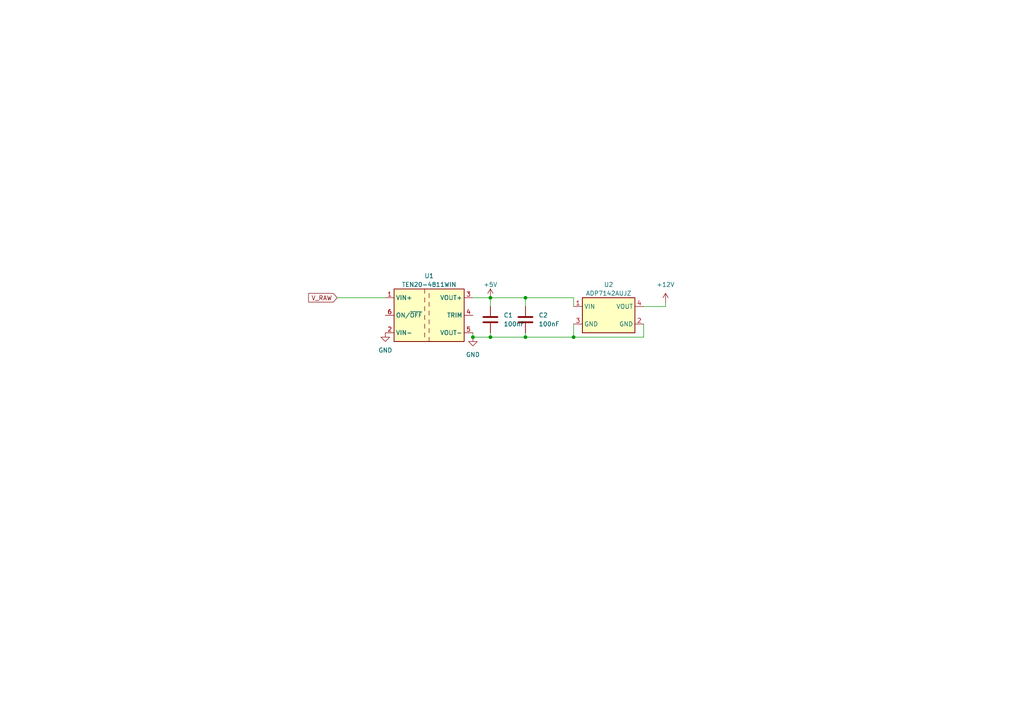
<source format=kicad_sch>
(kicad_sch (version 20230121) (generator eeschema)
  (paper "A4")
  (lib_symbols
    (symbol "Converter_DCDC:TEN20-4811WIN"
      (property "Reference" "U" (at -10.16 8.89 0))
      (property "Value" "TEN20-4811WIN" (at -3.81 8.89 0))
      (symbol "TEN20-4811WIN_0_1"
        (rectangle (start -10.16 7.62) (end 10.16 -7.62) (stroke (width 0.254)) (fill (type background)))
        (polyline (pts (xy -1.27 -5.08) (xy -1.27 -6.35)))
        (polyline (pts (xy -1.27 -2.54) (xy -1.27 -3.81)))
        (polyline (pts (xy -1.27 0) (xy -1.27 -1.27)))
        (polyline (pts (xy -1.27 2.54) (xy -1.27 1.27)))
        (polyline (pts (xy -1.27 5.08) (xy -1.27 3.81)))
        (polyline (pts (xy -1.27 7.62) (xy -1.27 6.35)))
        (polyline (pts (xy 0 -7.62) (xy 0 -6.35)))
        (polyline (pts (xy 0 -5.08) (xy 0 -3.81)))
        (polyline (pts (xy 0 -1.27) (xy 0 -2.54)))
        (polyline (pts (xy 0 0) (xy 0 1.27)))
        (polyline (pts (xy 0 2.54) (xy 0 3.81)))
        (polyline (pts (xy 0 5.08) (xy 0 6.35)))
      )
      (symbol "TEN20-4811WIN_1_1"
        (pin power_in line (at -12.7 5.08 0) (length 2.54) (name "VIN+") (number "1"))
        (pin power_in line (at -12.7 -5.08 0) (length 2.54) (name "VIN-") (number "2"))
        (pin power_out line (at 12.7 5.08 180) (length 2.54) (name "VOUT+") (number "3"))
        (pin passive line (at 12.7 0 180) (length 2.54) (name "TRIM") (number "4"))
        (pin power_out line (at 12.7 -5.08 180) (length 2.54) (name "VOUT-") (number "5"))
        (pin input line (at -12.7 0 0) (length 2.54) (name "ON/~{OFF}") (number "6"))
      )
    )
    (symbol "Device:C" (pin_numbers hide) (pin_names (offset 0.254))
      (property "Reference" "C" (at 0.635 2.54 0))
      (property "Value" "C" (at 0.635 -2.54 0))
      (symbol "C_0_1"
        (polyline (pts (xy -2.032 -0.762) (xy 2.032 -0.762)) (stroke (width 0.508)))
        (polyline (pts (xy -2.032 0.762) (xy 2.032 0.762)) (stroke (width 0.508)))
      )
      (symbol "C_1_1"
        (pin passive line (at 0 3.81 270) (length 2.794) (name "~") (number "1"))
        (pin passive line (at 0 -3.81 90) (length 2.794) (name "~") (number "2"))
      )
    )
    (symbol "Regulator_Linear:ADP7142AUJZ"
      (property "Reference" "U7" (at 0 8.89 0))
      (property "Value" "ADP7142AUJZ" (at 0 6.35 0))
      (symbol "ADP7142AUJZ_0_1"
        (rectangle (start -7.62 5.08) (end 7.62 -5.08) (stroke (width 0.254)) (fill (type background)))
      )
      (symbol "ADP7142AUJZ_1_1"
        (pin power_in line (at -10.16 2.54 0) (length 2.54) (name "VIN") (number "1"))
        (pin power_out line (at 10.16 -2.54 180) (length 2.54) (name "GND") (number "2"))
        (pin power_in line (at -10.16 -2.54 0) (length 2.54) (name "GND") (number "3"))
        (pin no_connect line (at 10.16 0 180) (length 2.54) hide (name "SENSE/ADJ") (number "4"))
        (pin power_out line (at 10.16 2.54 180) (length 2.54) (name "VOUT") (number "4"))
      )
    )
    (symbol "power:+12V" (power) (pin_names (offset 0))
      (property "Value" "+12V" (at 0 3.556 0))
      (symbol "+12V_0_1"
        (polyline (pts (xy -0.762 1.27) (xy 0 2.54)))
        (polyline (pts (xy 0 0) (xy 0 2.54)))
        (polyline (pts (xy 0 2.54) (xy 0.762 1.27)))
      )
      (symbol "+12V_1_1"
        (pin power_in line (at 0 0 90) (length 0) hide (name "+12V") (number "1"))
      )
    )
    (symbol "power:+5V" (power) (pin_names (offset 0))
      (property "Value" "+5V" (at 0 3.556 0))
      (symbol "+5V_0_1"
        (polyline (pts (xy -0.762 1.27) (xy 0 2.54)))
        (polyline (pts (xy 0 0) (xy 0 2.54)))
        (polyline (pts (xy 0 2.54) (xy 0.762 1.27)))
      )
      (symbol "+5V_1_1"
        (pin power_in line (at 0 0 90) (length 0) hide (name "+5V") (number "1"))
      )
    )
    (symbol "power:GND" (power) (pin_names (offset 0))
      (property "Value" "GND" (at 0 -3.81 0))
      (symbol "GND_0_1"
        (polyline (pts (xy 0 0) (xy 0 -1.27) (xy 1.27 -1.27) (xy 0 -2.54) (xy -1.27 -1.27) (xy 0 -1.27)))
      )
      (symbol "GND_1_1"
        (pin power_in line (at 0 0 270) (length 0) hide (name "GND") (number "1"))
      )
    )
  )
  (junction (at 137.16 97.79))
  (junction (at 142.24 97.79))
  (junction (at 152.4 86.36))
  (junction (at 142.24 86.36))
  (junction (at 152.4 97.79))
  (junction (at 166.37 97.79))
  (wire (pts (xy 137.16 96.52) (xy 137.16 97.79)))
  (wire (pts (xy 142.24 97.79) (xy 137.16 97.79)))
  (wire (pts (xy 152.4 88.9) (xy 152.4 86.36)))
  (wire (pts (xy 142.24 96.52) (xy 142.24 97.79)))
  (wire (pts (xy 137.16 86.36) (xy 142.24 86.36)))
  (wire (pts (xy 142.24 86.36) (xy 142.24 88.9)))
  (wire (pts (xy 166.37 97.79) (xy 152.4 97.79)))
  (wire (pts (xy 166.37 93.98) (xy 166.37 97.79)))
  (wire (pts (xy 97.79 86.36) (xy 111.76 86.36)))
  (wire (pts (xy 152.4 86.36) (xy 142.24 86.36)))
  (wire (pts (xy 186.69 93.98) (xy 186.69 97.79)))
  (wire (pts (xy 152.4 96.52) (xy 152.4 97.79)))
  (wire (pts (xy 186.69 97.79) (xy 166.37 97.79)))
  (wire (pts (xy 166.37 88.9) (xy 166.37 86.36)))
  (wire (pts (xy 166.37 86.36) (xy 152.4 86.36)))
  (wire (pts (xy 186.69 88.9) (xy 193.04 88.9)))
  (wire (pts (xy 193.04 88.9) (xy 193.04 87.63)))
  (wire (pts (xy 152.4 97.79) (xy 142.24 97.79)))
  (global_label "V_RAW" (shape input) (at 97.79 86.36 180) (property "Intersheetrefs" "${INTERSHEET_REFS}" (effects hide)))
  (symbol (lib_id "power:+5V") (at 142.24 86.36 0) (unit 1)
    (property "Reference" "#PWR03" (effects hide))
    (property "Value" "+5V" (at 142.24 82.55 0))
  )
  (symbol (lib_id "power:GND") (at 137.16 97.79 0) (unit 1)
    (property "Reference" "#PWR02" (effects hide))
    (property "Value" "GND" (at 137.16 102.87 0))
  )
  (symbol (lib_id "Device:C") (at 142.24 92.71 180) (unit 1)
    (property "Reference" "C1" (at 146.05 91.44 0) (effects (justify right)))
    (property "Value" "100nF" (at 146.05 93.98 0) (effects (justify right)))
    (property "Footprint" "Capacitor_THT:CP_Radial_Tantal_D5.5mm_P5.00mm" (effects hide))
  )
  (symbol (lib_id "power:GND") (at 111.76 96.52 0) (unit 1)
    (property "Reference" "#PWR01" (effects hide))
    (property "Value" "GND" (at 111.76 101.6 0))
  )
  (symbol (lib_id "Regulator_Linear:ADP7142AUJZ") (at 176.53 91.44 0) (unit 1)
    (property "Reference" "U2" (at 176.53 82.55 0))
    (property "Value" "ADP7142AUJZ" (at 176.53 85.09 0))
    (property "Footprint" "misc_footprints:MT3608_module" (effects hide))
    (property "Datasheet" "https://www.analog.com/media/en/technical-documentation/data-sheets/ADP7142.pdf" (effects hide))
  )
  (symbol (lib_id "power:+12V") (at 193.04 87.63 0) (unit 1)
    (property "Reference" "#PWR04" (effects hide))
    (property "Value" "+12V" (at 193.04 82.55 0))
  )
  (symbol (lib_id "Device:C") (at 152.4 92.71 180) (unit 1)
    (property "Reference" "C2" (at 156.21 91.44 0) (effects (justify right)))
    (property "Value" "100nF" (at 156.21 93.98 0) (effects (justify right)))
    (property "Footprint" "Capacitor_THT:CP_Radial_Tantal_D5.5mm_P5.00mm" (effects hide))
  )
  (symbol (lib_id "Converter_DCDC:TEN20-4811WIN") (at 124.46 91.44 0) (unit 1)
    (property "Reference" "U1" (at 124.46 80.01 0))
    (property "Value" "TEN20-4811WIN" (at 124.46 82.55 0))
    (property "Footprint" "Converter_DCDC:Converter_DCDC_TRACO_TEN20-xxxx_THT" (effects hide))
    (property "Datasheet" "http://www.tracopower.com/products/ten20win.pdf" (effects hide))
  )
)
</source>
